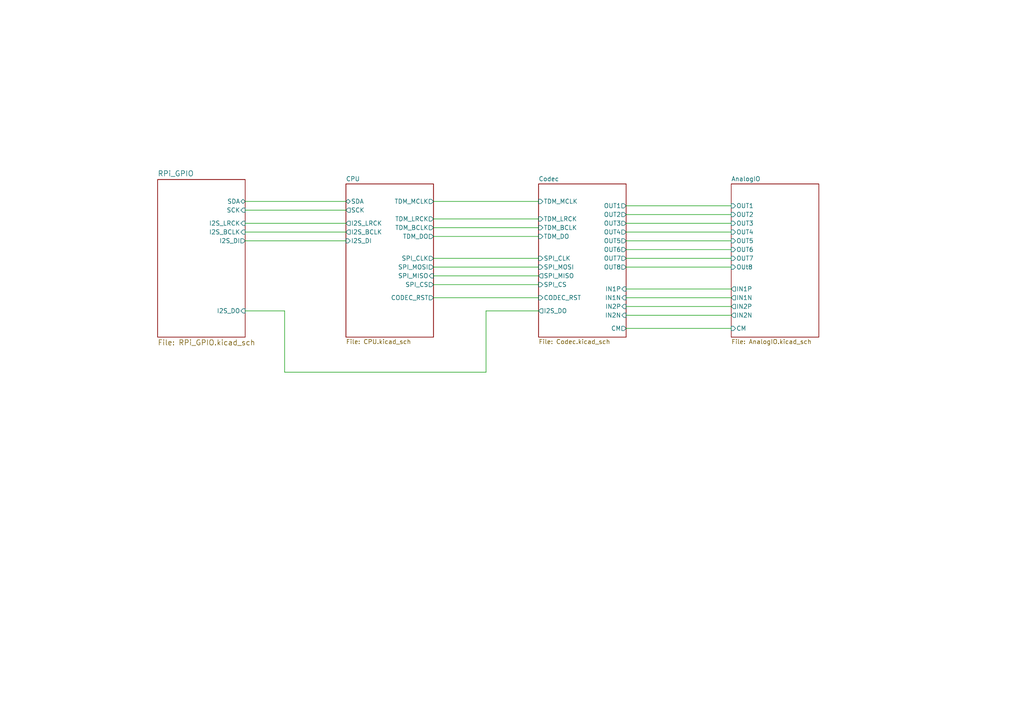
<source format=kicad_sch>
(kicad_sch (version 20211123) (generator eeschema)
  (paper "A4")
  (title_block (title "8x2 Tsunami Pi Hat") (date "12/11/2021") (rev "v1.00") (company "Robertsonics"))
  (lib_symbols)
  (wire (pts (xy 125.73 86.36) (xy 156.21 86.36)))
  (wire (pts (xy 181.61 72.39) (xy 212.09 72.39)))
  (wire (pts (xy 71.12 90.17) (xy 82.55 90.17)))
  (wire (pts (xy 71.12 67.31) (xy 100.33 67.31)))
  (wire (pts (xy 181.61 64.77) (xy 212.09 64.77)))
  (wire (pts (xy 82.55 90.17) (xy 82.55 107.95)))
  (wire (pts (xy 125.73 82.55) (xy 156.21 82.55)))
  (wire (pts (xy 82.55 107.95) (xy 140.97 107.95)))
  (wire (pts (xy 71.12 58.42) (xy 100.33 58.42)))
  (wire (pts (xy 71.12 69.85) (xy 100.33 69.85)))
  (wire (pts (xy 71.12 60.96) (xy 100.33 60.96)))
  (wire (pts (xy 125.73 66.04) (xy 156.21 66.04)))
  (wire (pts (xy 125.73 74.93) (xy 156.21 74.93)))
  (wire (pts (xy 125.73 80.01) (xy 156.21 80.01)))
  (wire (pts (xy 181.61 62.23) (xy 212.09 62.23)))
  (wire (pts (xy 181.61 86.36) (xy 212.09 86.36)))
  (wire (pts (xy 140.97 90.17) (xy 156.21 90.17)))
  (wire (pts (xy 125.73 68.58) (xy 156.21 68.58)))
  (wire (pts (xy 181.61 77.47) (xy 212.09 77.47)))
  (wire (pts (xy 140.97 107.95) (xy 140.97 90.17)))
  (wire (pts (xy 181.61 67.31) (xy 212.09 67.31)))
  (wire (pts (xy 125.73 58.42) (xy 156.21 58.42)))
  (wire (pts (xy 181.61 69.85) (xy 212.09 69.85)))
  (wire (pts (xy 181.61 83.82) (xy 212.09 83.82)))
  (wire (pts (xy 181.61 59.69) (xy 212.09 59.69)))
  (wire (pts (xy 181.61 95.25) (xy 212.09 95.25)))
  (wire (pts (xy 71.12 64.77) (xy 100.33 64.77)))
  (wire (pts (xy 125.73 77.47) (xy 156.21 77.47)))
  (wire (pts (xy 181.61 74.93) (xy 212.09 74.93)))
  (wire (pts (xy 125.73 63.5) (xy 156.21 63.5)))
  (wire (pts (xy 181.61 88.9) (xy 212.09 88.9)))
  (wire (pts (xy 181.61 91.44) (xy 212.09 91.44)))
  (sheet (at 45.72 52.07) (size 25.4 45.72)
    (property "Sheet name" "RPi_GPIO" (at 45.72 51.2314 0) (effects (font (size 1.524 1.524)) (justify left bottom)))
    (property "Sheet file" "RPi_GPIO.kicad_sch" (at 45.72 98.4762 0) (effects (font (size 1.524 1.524)) (justify left top)))
    (pin "SDA" bidirectional (at 71.12 58.42 0))
    (pin "SCK" input (at 71.12 60.96 0))
    (pin "I2S_LRCK" input (at 71.12 64.77 0))
    (pin "I2S_BCLK" input (at 71.12 67.31 0))
    (pin "I2S_DI" output (at 71.12 69.85 0))
    (pin "I2S_DO" input (at 71.12 90.17 0))
  )
  (sheet (at 100.33 53.34) (size 25.4 44.45)
    (property "Sheet name" "CPU" (at 100.33 52.6284 0) (effects (justify left bottom)))
    (property "Sheet file" "CPU.kicad_sch" (at 100.33 98.3746 0) (effects (justify left top)))
    (pin "SDA" bidirectional (at 100.33 58.42 180))
    (pin "SCK" output (at 100.33 60.96 180))
    (pin "TDM_LRCK" output (at 125.73 63.5 0))
    (pin "TDM_BCLK" output (at 125.73 66.04 0))
    (pin "I2S_DI" input (at 100.33 69.85 180))
    (pin "TDM_DO" output (at 125.73 68.58 0))
    (pin "I2S_BCLK" output (at 100.33 67.31 180))
    (pin "I2S_LRCK" output (at 100.33 64.77 180))
    (pin "TDM_MCLK" output (at 125.73 58.42 0))
    (pin "SPI_MOSI" output (at 125.73 77.47 0))
    (pin "SPI_CLK" output (at 125.73 74.93 0))
    (pin "SPI_CS" output (at 125.73 82.55 0))
    (pin "SPI_MISO" input (at 125.73 80.01 0))
    (pin "CODEC_RST" output (at 125.73 86.36 0))
  )
  (sheet (at 156.21 53.34) (size 25.4 44.45)
    (property "Sheet name" "Codec" (at 156.21 52.6284 0) (effects (justify left bottom)))
    (property "Sheet file" "Codec.kicad_sch" (at 156.21 98.3746 0) (effects (justify left top)))
    (pin "TDM_DO" input (at 156.21 68.58 180))
    (pin "TDM_BCLK" input (at 156.21 66.04 180))
    (pin "TDM_LRCK" input (at 156.21 63.5 180))
    (pin "TDM_MCLK" input (at 156.21 58.42 180))
    (pin "I2S_DO" output (at 156.21 90.17 180))
    (pin "SPI_MOSI" input (at 156.21 77.47 180))
    (pin "SPI_MISO" output (at 156.21 80.01 180))
    (pin "SPI_CLK" input (at 156.21 74.93 180))
    (pin "SPI_CS" input (at 156.21 82.55 180))
    (pin "OUT4" output (at 181.61 67.31 0))
    (pin "OUT3" output (at 181.61 64.77 0))
    (pin "OUT2" output (at 181.61 62.23 0))
    (pin "OUT1" output (at 181.61 59.69 0))
    (pin "IN1P" input (at 181.61 83.82 0))
    (pin "IN1N" input (at 181.61 86.36 0))
    (pin "IN2P" input (at 181.61 88.9 0))
    (pin "IN2N" input (at 181.61 91.44 0))
    (pin "OUT5" output (at 181.61 69.85 0))
    (pin "OUT6" output (at 181.61 72.39 0))
    (pin "OUT7" output (at 181.61 74.93 0))
    (pin "OUT8" output (at 181.61 77.47 0))
    (pin "CODEC_RST" input (at 156.21 86.36 180))
    (pin "CM" output (at 181.61 95.25 0))
  )
  (sheet (at 212.09 53.34) (size 25.4 44.45)
    (property "Sheet name" "AnalogIO" (at 212.09 52.6284 0) (effects (justify left bottom)))
    (property "Sheet file" "AnalogIO.kicad_sch" (at 212.09 98.3746 0) (effects (justify left top)))
    (pin "OUT1" input (at 212.09 59.69 180))
    (pin "OUT2" input (at 212.09 62.23 180))
    (pin "OUT3" input (at 212.09 64.77 180))
    (pin "OUT4" input (at 212.09 67.31 180))
    (pin "OUT5" input (at 212.09 69.85 180))
    (pin "OUT6" input (at 212.09 72.39 180))
    (pin "OUT7" input (at 212.09 74.93 180))
    (pin "OUt8" input (at 212.09 77.47 180))
    (pin "IN1P" output (at 212.09 83.82 180))
    (pin "IN2P" output (at 212.09 88.9 180))
    (pin "IN1N" output (at 212.09 86.36 180))
    (pin "IN2N" output (at 212.09 91.44 180))
    (pin "CM" input (at 212.09 95.25 180))
  )
)
</source>
